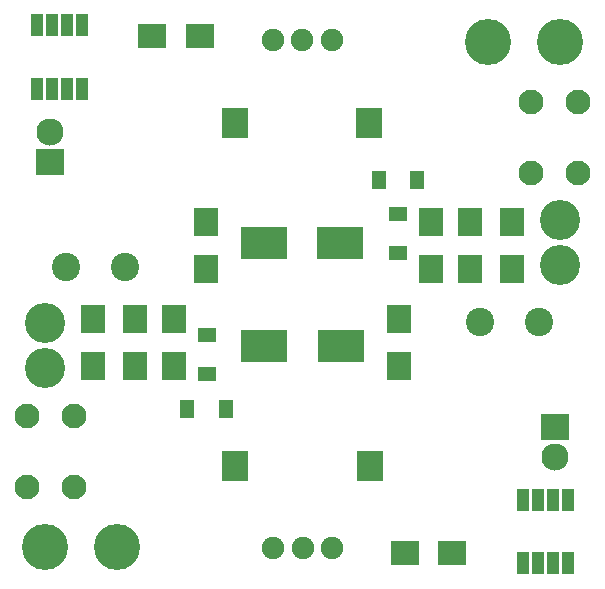
<source format=gts>
G04 #@! TF.FileFunction,Soldermask,Top*
%FSLAX46Y46*%
G04 Gerber Fmt 4.6, Leading zero omitted, Abs format (unit mm)*
G04 Created by KiCad (PCBNEW 0.201603210401+6634~43~ubuntu14.04.1-product) date mån 28 mar 2016 17:16:37*
%MOMM*%
G01*
G04 APERTURE LIST*
%ADD10C,0.050000*%
%ADD11R,1.310000X1.620000*%
%ADD12C,3.900120*%
%ADD13C,2.100000*%
%ADD14C,2.398980*%
%ADD15R,2.400000X2.300000*%
%ADD16C,2.300000*%
%ADD17R,1.000000X1.950000*%
%ADD18R,2.400000X2.100000*%
%ADD19C,1.900000*%
%ADD20R,2.200000X2.600000*%
%ADD21R,3.900120X2.800300*%
%ADD22R,2.100000X2.400000*%
%ADD23R,1.620000X1.310000*%
%ADD24C,3.399740*%
G04 APERTURE END LIST*
D10*
D11*
X115268500Y-134683500D03*
X118538500Y-134683500D03*
D12*
X103187500Y-146367500D03*
D13*
X105663500Y-135287500D03*
X105663500Y-141287500D03*
X101663500Y-135287500D03*
X101663500Y-141287500D03*
D12*
X109283500Y-146367500D03*
D14*
X145056860Y-127317500D03*
X140058140Y-127317500D03*
D15*
X146367500Y-136207500D03*
D16*
X146367500Y-138747500D03*
D17*
X147510500Y-142397500D03*
X146240500Y-142397500D03*
X144970500Y-142397500D03*
X143700500Y-142397500D03*
X143700500Y-147797500D03*
X144970500Y-147797500D03*
X146240500Y-147797500D03*
X147510500Y-147797500D03*
D18*
X137699500Y-146875500D03*
X133699500Y-146875500D03*
D19*
X122531500Y-146509500D03*
X125031500Y-146509500D03*
X127531500Y-146509500D03*
D20*
X130731500Y-139509500D03*
X119331500Y-139509500D03*
D21*
X121780300Y-129349500D03*
X128282700Y-129349500D03*
D22*
X133159500Y-127095500D03*
X133159500Y-131095500D03*
X107251500Y-127095500D03*
X107251500Y-131095500D03*
X114109500Y-127095500D03*
X114109500Y-131095500D03*
X110807500Y-127095500D03*
X110807500Y-131095500D03*
D23*
X116903500Y-128476500D03*
X116903500Y-131746500D03*
D24*
X103187500Y-131254500D03*
X103187500Y-127444500D03*
X146812000Y-118745000D03*
X146812000Y-122555000D03*
D22*
X139192000Y-122904000D03*
X139192000Y-118904000D03*
D21*
X128219200Y-120650000D03*
X121716800Y-120650000D03*
D11*
X134731000Y-115316000D03*
X131461000Y-115316000D03*
D15*
X103632000Y-113792000D03*
D16*
X103632000Y-111252000D03*
D23*
X133096000Y-121523000D03*
X133096000Y-118253000D03*
D22*
X142748000Y-122904000D03*
X142748000Y-118904000D03*
X135890000Y-122904000D03*
X135890000Y-118904000D03*
D18*
X112300000Y-103124000D03*
X116300000Y-103124000D03*
D22*
X116840000Y-122904000D03*
X116840000Y-118904000D03*
D13*
X144336000Y-114712000D03*
X144336000Y-108712000D03*
X148336000Y-114712000D03*
X148336000Y-108712000D03*
D17*
X102489000Y-107602000D03*
X103759000Y-107602000D03*
X105029000Y-107602000D03*
X106299000Y-107602000D03*
X106299000Y-102202000D03*
X105029000Y-102202000D03*
X103759000Y-102202000D03*
X102489000Y-102202000D03*
D12*
X140716000Y-103632000D03*
X146812000Y-103632000D03*
D19*
X127468000Y-103490000D03*
X124968000Y-103490000D03*
X122468000Y-103490000D03*
D20*
X119268000Y-110490000D03*
X130668000Y-110490000D03*
D14*
X104942640Y-122682000D03*
X109941360Y-122682000D03*
M02*

</source>
